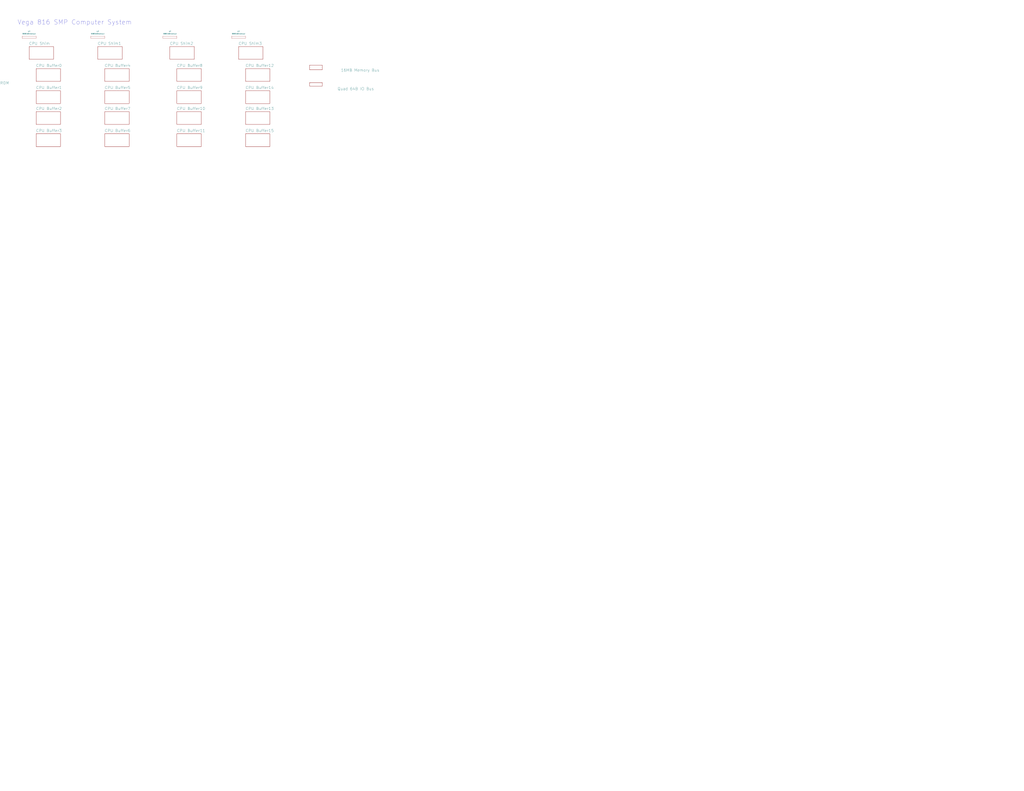
<source format=kicad_sch>
(kicad_sch (version 20211123) (generator eeschema)
  (paper "E")
  (lib_symbols
    (symbol "Vega816:BB816Breakout"
      (property "Reference" "U" (at 0 0 0))
      (property "Value" "BB816Breakout" (at 0 0 0))
      (symbol "BB816Breakout_0_1"
        (rectangle (start -7.62 1.27) (end 7.62 -1.27))
      )
    )
  )
  (junction (at -160.02 378.46))
  (junction (at -113.03 388.62))
  (junction (at -160.02 388.62))
  (polyline (pts (xy -177.8 316.23) (xy -177.8 336.55)))
  (polyline (pts (xy -152.4 278.13) (xy -152.4 318.77)))
  (polyline (pts (xy -48.26 228.6) (xy -152.4 228.6)))
  (polyline (pts (xy -152.4 171.45) (xy -48.26 171.45)))
  (polyline (pts (xy -48.26 171.45) (xy -48.26 228.6)))
  (polyline (pts (xy -160.02 316.23) (xy -177.8 316.23)))
  (polyline (pts (xy -133.35 334.01) (xy -128.27 334.01)))
  (bus (pts (xy -160.02 388.62) (xy -113.03 388.62)))
  (bus (pts (xy -148.59 378.46) (xy -160.02 378.46)))
  (polyline (pts (xy -144.78 318.77) (xy -133.35 318.77)))
  (polyline (pts (xy -173.99 336.55) (xy -171.45 336.55)))
  (bus (pts (xy -160.02 378.46) (xy -160.02 388.62)))
  (bus (pts (xy -113.03 383.54) (xy -113.03 388.62)))
  (bus (pts (xy -113.03 388.62) (xy -113.03 393.7)))
  (polyline (pts (xy -133.35 318.77) (xy -133.35 334.01)))
  (bus (pts (xy -160.02 344.17) (xy -160.02 378.46)))
  (polyline (pts (xy -160.02 278.13) (xy -160.02 316.23)))
  (polyline (pts (xy -152.4 318.77) (xy -173.99 318.77)))
  (polyline (pts (xy -186.69 336.55) (xy -177.8 336.55)))
  (bus (pts (xy -148.59 401.32) (xy -160.02 401.32)))
  (polyline (pts (xy -152.4 171.45) (xy -152.4 228.6)))
  (bus (pts (xy -160.02 388.62) (xy -160.02 401.32)))
  (polyline (pts (xy -173.99 318.77) (xy -173.99 336.55)))
  (polyline (pts (xy -144.78 278.13) (xy -144.78 318.77)))
  (text "Commodore 64 Hardware" (at -151.13 177.8 0) (effects (font (size 3 3)) (justify left bottom)))
  (text "Controls One, e.g.:" (at -153.67 349.25 0) (effects (font (size 1.27 1.27)) (justify left bottom)))
  (text "64 Byte\nDevice" (at -146.05 270.51 0) (effects (font (size 1.27 1.27)) (justify left bottom)))
  (text "16 Byte\nDevice" (at -156.21 278.13 0) (effects (font (size 1.27 1.27)) (justify left bottom)))
  (text "8 Byte\nDevice" (at -163.83 278.13 0) (effects (font (size 1.27 1.27)) (justify left bottom)))
  (text "Vega 816 SMP Computer System" (at 19.05 27.305 0) (effects (font (size 5 5)) (justify left bottom)))
  (text "32 Byte\nDevice" (at -147.32 278.13 0) (effects (font (size 1.27 1.27)) (justify left bottom)))
  (text "VIA Port Devices" (at -118.11 364.49 180) (effects (font (size 3 3)) (justify right bottom)))
  (symbol (lib_id "Vega816:BB816Breakout") (at 106.68 40.64 0) (unit 1)
    (property "Reference" "U?" (at 106.68 34.29 0))
    (property "Value" "BB816Breakout" (at 106.68 36.83 0))
  )
  (symbol (lib_id "Vega816:BB816Breakout") (at 260.35 40.64 0) (unit 1)
    (property "Reference" "U?" (at 260.35 34.29 0))
    (property "Value" "BB816Breakout" (at 260.35 36.83 0))
  )
  (symbol (lib_id "Vega816:BB816Breakout") (at 185.42 40.64 0) (unit 1)
    (property "Reference" "U?" (at 185.42 34.29 0))
    (property "Value" "BB816Breakout" (at 185.42 36.83 0))
  )
  (symbol (lib_id "Vega816:BB816Breakout") (at 31.75 40.64 0) (unit 1)
    (property "Reference" "U?" (at 31.75 34.29 0))
    (property "Value" "BB816Breakout" (at 31.75 36.83 0))
  )
  (sheet (at 185.42 50.8) (size 26.67 13.97) (stroke (width 0.1524))
    (property "Sheet name" "CPU Shim2" (at 185.42 49.2234 0) (effects (font (size 3 3)) (justify left bottom)))
    (property "Sheet file" "DMA/DMABreakout.kicad_sch" (effects hide))
  )
  (sheet (at 39.37 99.06) (size 26.67 13.97) (stroke (width 0.1524))
    (property "Sheet name" "CPU Buffer1" (at 39.37 97.4834 0) (effects (font (size 3 3)) (justify left bottom)))
    (property "Sheet file" "DMA/CPU Buffer/CPU Buffer.kicad_sch" (effects hide))
  )
  (sheet (at -80.01 196.85) (size 26.67 13.97) (stroke (width 0.1524))
    (property "Sheet name" "VIC-II" (at -80.01 195.7734 0) (effects (font (size 2 2)) (justify left bottom)))
    (property "Sheet file" "Accessories/VIC-II.kicad_sch" (effects hide))
  )
  (sheet (at -149.86 208.28) (size 26.67 13.97) (stroke (width 0.1524))
    (property "Sheet name" "Address Decode + PLA" (at -149.86 205.4334 0) (effects (font (size 2 2)) (justify left bottom)))
    (property "Sheet file" "MemoryExpansionBus/C64_IO_Decoder.kicad_sch" (effects hide))
  )
  (sheet (at -171.45 330.2) (size 26.67 13.97) (stroke (width 0.1524))
    (property "Sheet name" "VIA (W65C22)" (at -168.91 328.6234 0) (effects (font (size 3 3)) (justify left bottom)))
    (property "Sheet file" "Accessories/VIAPort.kicad_sch" (effects hide))
  )
  (sheet (at 39.37 74.93) (size 26.67 13.97) (stroke (width 0.1524))
    (property "Sheet name" "CPU Buffer0" (at 39.37 73.3534 0) (effects (font (size 3 3)) (justify left bottom)))
    (property "Sheet file" "DMA/CPU Buffer/CPU Buffer.kicad_sch" (effects hide))
  )
  (sheet (at -111.76 185.42) (size 26.67 13.97) (stroke (width 0.1524))
    (property "Sheet name" "CIAs + 2xSID" (at -111.76 183.8434 0) (effects (font (size 2 2)) (justify left bottom)))
    (property "Sheet file" "MemoryExpansionBus/c64sidandcias.kicad_sch" (effects hide))
  )
  (sheet (at 267.97 121.92) (size 26.67 13.97) (stroke (width 0.1524))
    (property "Sheet name" "CPU Buffer13" (at 267.97 120.3434 0) (effects (font (size 3 3)) (justify left bottom)))
    (property "Sheet file" "DMA/CPU Buffer/CPU Buffer.kicad_sch" (effects hide))
  )
  (sheet (at -105.41 74.93) (size 26.67 13.97) (stroke (width 0.1524))
    (property "Sheet name" "4x4 DMA Controller" (at -105.41 74.6234 0) (effects (font (size 3 3)) (justify left bottom)))
    (property "Sheet file" "DMA/DMAController4.kicad_sch" (effects hide))
  )
  (sheet (at 267.97 146.05) (size 26.67 13.97) (stroke (width 0.1524))
    (property "Sheet name" "CPU Buffer15" (at 267.97 144.4734 0) (effects (font (size 3 3)) (justify left bottom)))
    (property "Sheet file" "DMA/CPU Buffer/CPU Buffer.kicad_sch" (effects hide))
  )
  (sheet (at 193.04 74.93) (size 26.67 13.97) (stroke (width 0.1524))
    (property "Sheet name" "CPU Buffer8" (at 193.04 73.3534 0) (effects (font (size 3 3)) (justify left bottom)))
    (property "Sheet file" "DMA/CPU Buffer/CPU Buffer.kicad_sch" (effects hide))
  )
  (sheet (at -46.99 132.08) (size 26.67 13.97) (stroke (width 0.1524))
    (property "Sheet name" "PIC" (at -46.99 130.5034 0) (effects (font (size 3 3)) (justify left bottom)))
    (property "Sheet file" "MemoryExpansionBus/pic_single.kicad_sch" (effects hide))
  )
  (sheet (at -149.86 185.42) (size 26.67 13.97) (stroke (width 0.1524))
    (property "Sheet name" "6510 $[01] Regs" (at -149.86 184.3434 0) (effects (font (size 2 2)) (justify left bottom)))
    (property "Sheet file" "MemoryExpansionBus/6510.kicad_sch" (effects hide))
  )
  (sheet (at 267.97 99.06) (size 26.67 13.97) (stroke (width 0.1524))
    (property "Sheet name" "CPU Buffer14" (at 267.97 97.4834 0) (effects (font (size 3 3)) (justify left bottom)))
    (property "Sheet file" "DMA/CPU Buffer/CPU Buffer.kicad_sch" (effects hide))
  )
  (sheet (at -114.3 369.57) (size 26.67 13.97) (stroke (width 0.1524))
    (property "Sheet name" "Dual SPI" (at -114.3 368.4934 0) (effects (font (size 2 2)) (justify left bottom)))
    (property "Sheet file" "Accessories/DualSPI.kicad_sch" (effects hide))
  )
  (sheet (at 337.82 71.12) (size 13.97 5.08) (stroke (width 0.1524))
    (property "Sheet name" "16MB Memory Bus" (at 372.11 78.4334 0) (effects (font (size 3 3)) (justify left bottom)))
    (property "Sheet file" "MemoryExpansionBus/16MB_Expansion_Bus.kicad_sch" (effects hide))
  )
  (sheet (at -113.03 299.72) (size 26.67 13.97) (stroke (width 0.1524))
    (property "Sheet name" "Accessories" (at -113.03 298.1434 0) (effects (font (size 3 3)) (justify left bottom)))
    (property "Sheet file" "Accessories/Accessories.kicad_sch" (effects hide))
  )
  (sheet (at 114.3 146.05) (size 26.67 13.97) (stroke (width 0.1524))
    (property "Sheet name" "CPU Buffer6" (at 114.3 144.4734 0) (effects (font (size 3 3)) (justify left bottom)))
    (property "Sheet file" "DMA/CPU Buffer/CPU Buffer.kicad_sch" (effects hide))
  )
  (sheet (at 193.04 146.05) (size 26.67 13.97) (stroke (width 0.1524))
    (property "Sheet name" "CPU Buffer11" (at 193.04 144.4734 0) (effects (font (size 3 3)) (justify left bottom)))
    (property "Sheet file" "DMA/CPU Buffer/CPU Buffer.kicad_sch" (effects hide))
  )
  (sheet (at 337.82 90.17) (size 13.97 3.81) (stroke (width 0.1524))
    (property "Sheet name" "Quad 64B IO Bus" (at 368.3 98.7534 0) (effects (font (size 3 3)) (justify left bottom)))
    (property "Sheet file" "MemoryExpansionBus/irq_multiplex.kicad_sch" (effects hide))
  )
  (sheet (at -115.57 393.7) (size 26.67 13.97) (stroke (width 0.1524))
    (property "Sheet name" "Front Panel" (at -115.57 392.6234 0) (effects (font (size 2 2)) (justify left bottom)))
    (property "Sheet file" "Accessories/VIADevices.kicad_sch" (effects hide))
  )
  (sheet (at 39.37 146.05) (size 26.67 13.97) (stroke (width 0.1524))
    (property "Sheet name" "CPU Buffer3" (at 39.37 144.4734 0) (effects (font (size 3 3)) (justify left bottom)))
    (property "Sheet file" "DMA/CPU Buffer/CPU Buffer.kicad_sch" (effects hide))
  )
  (sheet (at 114.3 121.92) (size 26.67 13.97) (stroke (width 0.1524))
    (property "Sheet name" "CPU Buffer7" (at 114.3 120.3434 0) (effects (font (size 3 3)) (justify left bottom)))
    (property "Sheet file" "DMA/CPU Buffer/CPU Buffer.kicad_sch" (effects hide))
  )
  (sheet (at 267.97 74.93) (size 26.67 13.97) (stroke (width 0.1524))
    (property "Sheet name" "CPU Buffer12" (at 267.97 73.3534 0) (effects (font (size 3 3)) (justify left bottom)))
    (property "Sheet file" "DMA/CPU Buffer/CPU Buffer.kicad_sch" (effects hide))
  )
  (sheet (at -148.59 370.84) (size 26.67 13.97) (stroke (width 0.1524))
    (property "Sheet name" "System Controller" (at -148.59 369.7634 0) (effects (font (size 2 2)) (justify left bottom)))
    (property "Sheet file" "Accessories/SystemController.kicad_sch" (effects hide))
  )
  (sheet (at -148.59 393.7) (size 26.67 13.97) (stroke (width 0.1524))
    (property "Sheet name" "Dual PS2" (at -148.59 392.6234 0) (effects (font (size 2 2)) (justify left bottom)))
    (property "Sheet file" "Accessories/EaterPS2Interface.kicad_sch" (effects hide))
  )
  (sheet (at 39.37 121.92) (size 26.67 13.97) (stroke (width 0.1524))
    (property "Sheet name" "CPU Buffer2" (at 39.37 120.3434 0) (effects (font (size 3 3)) (justify left bottom)))
    (property "Sheet file" "DMA/CPU Buffer/CPU Buffer.kicad_sch" (effects hide))
  )
  (sheet (at 193.04 99.06) (size 26.67 13.97) (stroke (width 0.1524))
    (property "Sheet name" "CPU Buffer9" (at 193.04 97.4834 0) (effects (font (size 3 3)) (justify left bottom)))
    (property "Sheet file" "DMA/CPU Buffer/CPU Buffer.kicad_sch" (effects hide))
  )
  (sheet (at 193.04 121.92) (size 26.67 13.97) (stroke (width 0.1524))
    (property "Sheet name" "CPU Buffer10" (at 193.04 120.3434 0) (effects (font (size 3 3)) (justify left bottom)))
    (property "Sheet file" "DMA/CPU Buffer/CPU Buffer.kicad_sch" (effects hide))
  )
  (sheet (at -39.37 93.98) (size 26.67 13.97) (stroke (width 0.1524))
    (property "Sheet name" "4 MB RAM + EEPROM" (at -39.37 92.4034 0) (effects (font (size 3 3)) (justify left bottom)))
    (property "Sheet file" "MemoryExpansionBus/4MB_Memory_Module.kicad_sch" (effects hide))
  )
  (sheet (at 260.35 50.8) (size 26.67 13.97) (stroke (width 0.1524))
    (property "Sheet name" "CPU Shim3" (at 260.35 49.2234 0) (effects (font (size 3 3)) (justify left bottom)))
    (property "Sheet file" "DMA/DMABreakout.kicad_sch" (effects hide))
  )
  (sheet (at -165.1 264.16) (size 26.67 13.97) (stroke (width 0.1524))
    (property "Sheet name" "64B IO Port" (at -167.64 262.5834 0) (effects (font (size 3 3)) (justify left bottom)))
    (property "Sheet file" "MemoryExpansionBus/64_to_32_16_8_byte_device_breakout.kicad_sch" (effects hide))
  )
  (sheet (at 114.3 99.06) (size 26.67 13.97) (stroke (width 0.1524))
    (property "Sheet name" "CPU Buffer5" (at 114.3 97.4834 0) (effects (font (size 3 3)) (justify left bottom)))
    (property "Sheet file" "DMA/CPU Buffer/CPU Buffer.kicad_sch" (effects hide))
  )
  (sheet (at -213.36 330.2) (size 26.67 13.97) (stroke (width 0.1524))
    (property "Sheet name" "RS-232 (W65C51)" (at -220.98 328.6234 0) (effects (font (size 3 3)) (justify left bottom)))
    (property "Sheet file" "Accessories/ACIA.kicad_sch" (effects hide))
  )
  (sheet (at -124.46 120.65) (size 26.67 13.97) (stroke (width 0.1524))
    (property "Sheet name" "Priority IRQ Dispatch" (at -124.46 119.0734 0) (effects (font (size 3 3)) (justify left bottom)))
    (property "Sheet file" "DMA/IRQDispatch.kicad_sch" (effects hide))
  )
  (sheet (at 114.3 74.93) (size 26.67 13.97) (stroke (width 0.1524))
    (property "Sheet name" "CPU Buffer4" (at 114.3 73.3534 0) (effects (font (size 3 3)) (justify left bottom)))
    (property "Sheet file" "DMA/CPU Buffer/CPU Buffer.kicad_sch" (effects hide))
  )
  (sheet (at -111.76 207.01) (size 26.67 15.24) (stroke (width 0.1524))
    (property "Sheet name" "SID(x2)" (at -111.76 205.9334 0) (effects (font (size 2 2)) (justify left bottom)))
    (property "Sheet file" "Accessories/SID.kicad_sch" (at -111.76 222.8346 0) (effects (justify left top)))
  )
  (sheet (at 31.75 50.8) (size 26.67 13.97) (stroke (width 0.1524))
    (property "Sheet name" "CPU Shim" (at 31.75 49.2234 0) (effects (font (size 3 3)) (justify left bottom)))
    (property "Sheet file" "DMA/DMABreakout.kicad_sch" (effects hide))
  )
  (sheet (at 106.68 50.8) (size 26.67 13.97) (stroke (width 0.1524))
    (property "Sheet name" "CPU Shim1" (at 106.68 49.2234 0) (effects (font (size 3 3)) (justify left bottom)))
    (property "Sheet file" "DMA/DMABreakout.kicad_sch" (effects hide))
  )
)
</source>
